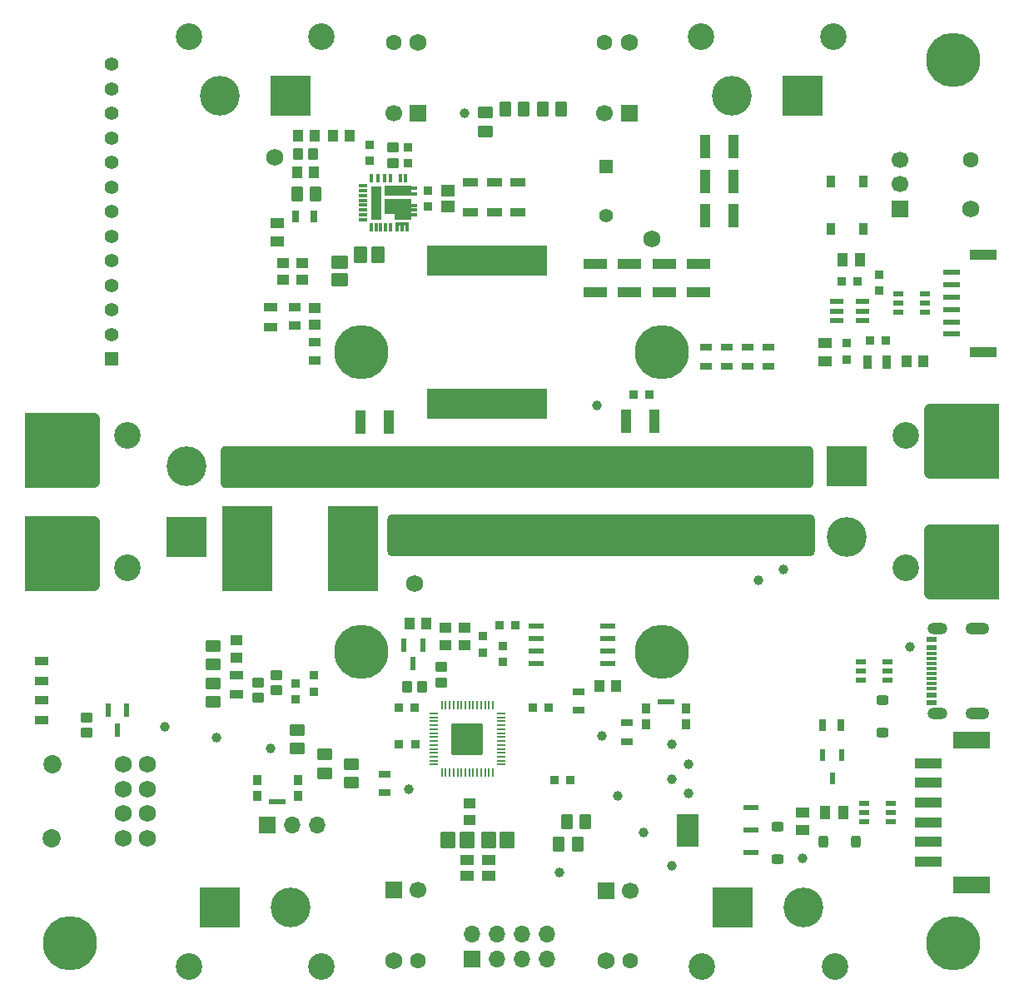
<source format=gbs>
G04 #@! TF.GenerationSoftware,KiCad,Pcbnew,7.0.10*
G04 #@! TF.CreationDate,2025-07-14T05:46:52-04:00*
G04 #@! TF.ProjectId,bms-board,626d732d-626f-4617-9264-2e6b69636164,rev?*
G04 #@! TF.SameCoordinates,Original*
G04 #@! TF.FileFunction,Soldermask,Bot*
G04 #@! TF.FilePolarity,Negative*
%FSLAX46Y46*%
G04 Gerber Fmt 4.6, Leading zero omitted, Abs format (unit mm)*
G04 Created by KiCad (PCBNEW 7.0.10) date 2025-07-14 05:46:52*
%MOMM*%
%LPD*%
G01*
G04 APERTURE LIST*
G04 Aperture macros list*
%AMRoundRect*
0 Rectangle with rounded corners*
0 $1 Rounding radius*
0 $2 $3 $4 $5 $6 $7 $8 $9 X,Y pos of 4 corners*
0 Add a 4 corners polygon primitive as box body*
4,1,4,$2,$3,$4,$5,$6,$7,$8,$9,$2,$3,0*
0 Add four circle primitives for the rounded corners*
1,1,$1+$1,$2,$3*
1,1,$1+$1,$4,$5*
1,1,$1+$1,$6,$7*
1,1,$1+$1,$8,$9*
0 Add four rect primitives between the rounded corners*
20,1,$1+$1,$2,$3,$4,$5,0*
20,1,$1+$1,$4,$5,$6,$7,0*
20,1,$1+$1,$6,$7,$8,$9,0*
20,1,$1+$1,$8,$9,$2,$3,0*%
%AMFreePoly0*
4,1,19,-3.850000,3.850000,3.850000,3.850000,3.850000,-3.080000,3.834092,-3.235708,3.777857,-3.405416,3.684000,-3.557581,3.557581,-3.684000,3.405416,-3.777857,3.235708,-3.834092,3.080000,-3.850000,-3.080000,-3.850000,-3.235708,-3.834092,-3.405416,-3.777857,-3.557581,-3.684000,-3.684000,-3.557581,-3.777857,-3.405416,-3.834092,-3.235708,-3.850000,-3.080000,-3.850000,3.850000,-3.850000,3.850000,
$1*%
G04 Aperture macros list end*
%ADD10C,1.600000*%
%ADD11C,1.750000*%
%ADD12R,1.700000X1.700000*%
%ADD13C,1.700000*%
%ADD14C,1.400000*%
%ADD15R,1.400000X1.400000*%
%ADD16C,1.854200*%
%ADD17C,1.752600*%
%ADD18R,4.050000X4.050000*%
%ADD19C,4.050000*%
%ADD20C,2.700000*%
%ADD21R,2.700000X1.000000*%
%ADD22R,3.800000X1.800000*%
%ADD23R,1.140000X0.600000*%
%ADD24R,1.140000X0.300000*%
%ADD25O,2.004000X1.204000*%
%ADD26O,2.404000X1.204000*%
%ADD27C,5.500000*%
%ADD28C,0.800000*%
%ADD29FreePoly0,90.000000*%
%ADD30O,1.700000X1.700000*%
%ADD31C,1.734000*%
%ADD32FreePoly0,270.000000*%
%ADD33R,1.300000X0.700000*%
%ADD34R,1.193800X1.016000*%
%ADD35R,1.600000X0.855600*%
%ADD36R,12.192000X3.022600*%
%ADD37R,1.066800X2.489200*%
%ADD38R,0.889000X0.863600*%
%ADD39C,1.000000*%
%ADD40R,1.524000X0.533400*%
%ADD41R,0.863600X0.889000*%
%ADD42RoundRect,0.102000X-0.690000X0.460000X-0.690000X-0.460000X0.690000X-0.460000X0.690000X0.460000X0*%
%ADD43R,2.489200X1.066800*%
%ADD44RoundRect,0.102000X0.735000X-0.580000X0.735000X0.580000X-0.735000X0.580000X-0.735000X-0.580000X0*%
%ADD45R,1.016000X1.193800*%
%ADD46RoundRect,0.500000X-29.650000X-1.650000X29.650000X-1.650000X29.650000X1.650000X-29.650000X1.650000X0*%
%ADD47R,0.977900X0.558800*%
%ADD48R,1.549400X0.609600*%
%ADD49R,1.549400X3.251200*%
%ADD50RoundRect,0.242500X-0.242500X-0.367500X0.242500X-0.367500X0.242500X0.367500X-0.242500X0.367500X0*%
%ADD51R,1.244600X0.863600*%
%ADD52RoundRect,0.102000X0.650000X0.750000X-0.650000X0.750000X-0.650000X-0.750000X0.650000X-0.750000X0*%
%ADD53R,1.066800X1.397000*%
%ADD54R,5.200000X8.750000*%
%ADD55RoundRect,0.102000X-0.600000X0.600000X-0.600000X-0.600000X0.600000X-0.600000X0.600000X0.600000X0*%
%ADD56C,1.404000*%
%ADD57R,1.447800X1.117600*%
%ADD58R,1.397000X1.066800*%
%ADD59R,1.700000X0.600000*%
%ADD60RoundRect,0.102000X0.465000X-0.445000X0.465000X0.445000X-0.465000X0.445000X-0.465000X-0.445000X0*%
%ADD61RoundRect,0.102000X-0.555000X-0.735000X0.555000X-0.735000X0.555000X0.735000X-0.555000X0.735000X0*%
%ADD62RoundRect,0.102000X-0.465000X0.445000X-0.465000X-0.445000X0.465000X-0.445000X0.465000X0.445000X0*%
%ADD63RoundRect,0.102000X0.460000X0.690000X-0.460000X0.690000X-0.460000X-0.690000X0.460000X-0.690000X0*%
%ADD64R,0.700000X1.300000*%
%ADD65RoundRect,0.102000X0.690000X-0.460000X0.690000X0.460000X-0.690000X0.460000X-0.690000X-0.460000X0*%
%ADD66R,1.449997X1.305598*%
%ADD67R,1.450000X0.950000*%
%ADD68RoundRect,0.242500X0.367500X-0.242500X0.367500X0.242500X-0.367500X0.242500X-0.367500X-0.242500X0*%
%ADD69R,1.400000X1.100000*%
%ADD70R,0.939800X1.244600*%
%ADD71RoundRect,0.102000X-0.460000X-0.690000X0.460000X-0.690000X0.460000X0.690000X-0.460000X0.690000X0*%
%ADD72RoundRect,0.102000X0.445000X0.465000X-0.445000X0.465000X-0.445000X-0.465000X0.445000X-0.465000X0*%
%ADD73R,0.600000X1.150000*%
%ADD74RoundRect,0.050000X0.387500X0.050000X-0.387500X0.050000X-0.387500X-0.050000X0.387500X-0.050000X0*%
%ADD75RoundRect,0.050000X0.050000X0.387500X-0.050000X0.387500X-0.050000X-0.387500X0.050000X-0.387500X0*%
%ADD76RoundRect,0.144000X1.456000X1.456000X-1.456000X1.456000X-1.456000X-1.456000X1.456000X-1.456000X0*%
%ADD77R,0.609600X1.320800*%
%ADD78R,0.889000X0.990600*%
%ADD79R,1.701800X0.558800*%
%ADD80R,1.005599X1.199998*%
%ADD81R,1.397000X0.863600*%
%ADD82RoundRect,0.102000X-0.650000X-0.750000X0.650000X-0.750000X0.650000X0.750000X-0.650000X0.750000X0*%
%ADD83R,1.320800X0.558800*%
%ADD84RoundRect,0.102000X-0.445000X-0.465000X0.445000X-0.465000X0.445000X0.465000X-0.445000X0.465000X0*%
%ADD85R,0.950000X1.450000*%
%ADD86R,0.350000X0.950000*%
%ADD87R,0.950000X0.350000*%
%ADD88R,1.350000X0.300000*%
%ADD89R,1.100000X3.400000*%
%ADD90R,2.700000X1.100000*%
%ADD91R,2.700000X1.520000*%
%ADD92R,1.730000X2.100000*%
%ADD93R,0.558800X1.320800*%
%ADD94RoundRect,0.500000X21.250000X1.650000X-21.250000X1.650000X-21.250000X-1.650000X21.250000X-1.650000X0*%
G04 APERTURE END LIST*
G36*
X154933700Y-134251000D02*
G01*
X152673100Y-134251000D01*
X152673100Y-130949000D01*
X154933700Y-130949000D01*
X154933700Y-134251000D01*
G37*
D10*
X145375750Y-52520000D03*
D11*
X147875750Y-52520000D03*
D12*
X147875750Y-59700000D03*
D13*
X145375750Y-59700000D03*
D10*
X123900000Y-52500000D03*
D11*
X126400000Y-52500000D03*
D12*
X126400000Y-59680000D03*
D13*
X123900000Y-59680000D03*
D14*
X95250000Y-54700000D03*
X95250000Y-57200000D03*
X95250000Y-59700000D03*
X95250000Y-62200000D03*
X95250000Y-64700000D03*
X95250000Y-67200000D03*
X95250000Y-69700000D03*
X95250000Y-72200000D03*
X95250000Y-74700000D03*
X95250000Y-77200000D03*
X95250000Y-79700000D03*
X95250000Y-82200000D03*
D15*
X95250000Y-84700000D03*
D16*
X89158098Y-133400000D03*
X89178097Y-125900000D03*
D17*
X98858098Y-125900000D03*
X98858098Y-128400000D03*
X98858098Y-130900000D03*
X98858098Y-133400000D03*
X96358098Y-125900000D03*
X96358098Y-128400000D03*
X96358098Y-130900000D03*
X96358098Y-133400000D03*
D18*
X106200000Y-140500000D03*
D19*
X113400000Y-140500000D03*
D20*
X103050000Y-146500000D03*
X116550000Y-146500000D03*
D10*
X126400000Y-145900000D03*
D11*
X123900000Y-145900000D03*
D12*
X123900000Y-138720000D03*
D13*
X126400000Y-138720000D03*
X147975750Y-138740000D03*
D12*
X145475750Y-138740000D03*
D11*
X145475750Y-145920000D03*
D10*
X147975750Y-145920000D03*
D20*
X168750000Y-146457500D03*
X155250000Y-146457500D03*
D19*
X165600000Y-140457500D03*
D18*
X158400000Y-140457500D03*
D21*
X178250000Y-125800000D03*
X178250000Y-127800000D03*
X178250000Y-129800000D03*
X178250000Y-131800000D03*
X178250000Y-133800000D03*
X178250000Y-135800000D03*
D22*
X182700000Y-123450000D03*
X182700000Y-138150000D03*
D23*
X178650000Y-113230000D03*
X178650000Y-114030000D03*
D24*
X178650000Y-115180000D03*
X178650000Y-116180000D03*
X178650000Y-116680000D03*
X178650000Y-117680000D03*
D23*
X178650000Y-119630000D03*
X178650000Y-118830000D03*
D24*
X178650000Y-118180000D03*
X178650000Y-117180000D03*
X178650000Y-115680000D03*
X178650000Y-114680000D03*
D25*
X179230000Y-112110000D03*
X179230000Y-120750000D03*
D26*
X183230000Y-112110000D03*
X183230000Y-120750000D03*
D10*
X182600000Y-64400000D03*
D11*
X182600000Y-69400000D03*
D12*
X175420000Y-69400000D03*
D13*
X175420000Y-66900000D03*
X175420000Y-64400000D03*
D20*
X155150000Y-51920000D03*
X168650000Y-51920000D03*
D19*
X158300000Y-57920000D03*
D18*
X165500000Y-57920000D03*
X113400000Y-57900000D03*
D19*
X106200000Y-57900000D03*
D20*
X116550000Y-51900000D03*
X103050000Y-51900000D03*
D27*
X151150000Y-114450000D03*
D28*
X86900000Y-107700000D03*
X88200000Y-107700000D03*
X89500000Y-107700000D03*
X90800000Y-107700000D03*
X92100000Y-107700000D03*
X93400000Y-107700000D03*
X86900000Y-106400000D03*
X88200000Y-106400000D03*
X89500000Y-106400000D03*
X90800000Y-106400000D03*
X92100000Y-106400000D03*
X93400000Y-106400000D03*
X86900000Y-105100000D03*
X88200000Y-105100000D03*
X89500000Y-105100000D03*
X90800000Y-105100000D03*
X92100000Y-105100000D03*
X93400000Y-105100000D03*
D29*
X90200000Y-104450000D03*
D28*
X86900000Y-103800000D03*
X88200000Y-103800000D03*
X89500000Y-103800000D03*
X90800000Y-103800000D03*
X92100000Y-103800000D03*
X93400000Y-103800000D03*
D18*
X102800000Y-102800000D03*
D28*
X86900000Y-102500000D03*
X88200000Y-102500000D03*
X89500000Y-102500000D03*
X90800000Y-102500000D03*
X92100000Y-102500000D03*
X93400000Y-102500000D03*
X86900000Y-101200000D03*
X88200000Y-101200000D03*
X89500000Y-101200000D03*
X90800000Y-101200000D03*
X92100000Y-101200000D03*
X93400000Y-101200000D03*
X86900000Y-97200000D03*
X88200000Y-97200000D03*
X89500000Y-97200000D03*
X90800000Y-97200000D03*
X92100000Y-97200000D03*
X93400000Y-97200000D03*
X86900000Y-95900000D03*
X88200000Y-95900000D03*
X89500000Y-95900000D03*
X90800000Y-95900000D03*
X92100000Y-95900000D03*
X93400000Y-95900000D03*
D19*
X102800000Y-95600000D03*
D28*
X86900000Y-94600000D03*
X88200000Y-94600000D03*
X89500000Y-94600000D03*
X90800000Y-94600000D03*
X92100000Y-94600000D03*
X93400000Y-94600000D03*
D29*
X90200000Y-93950000D03*
D28*
X86900000Y-93300000D03*
X88200000Y-93300000D03*
X89500000Y-93300000D03*
X90800000Y-93300000D03*
X92100000Y-93300000D03*
X93400000Y-93300000D03*
X86900000Y-92000000D03*
X88200000Y-92000000D03*
X89500000Y-92000000D03*
X90800000Y-92000000D03*
X92100000Y-92000000D03*
X93400000Y-92000000D03*
X86900000Y-90700000D03*
X88200000Y-90700000D03*
X89500000Y-90700000D03*
X90800000Y-90700000D03*
X92100000Y-90700000D03*
X93400000Y-90700000D03*
D20*
X96800000Y-92450000D03*
X96800000Y-105950000D03*
D27*
X180800000Y-54300000D03*
X120650000Y-83950000D03*
X151150000Y-83950000D03*
X180800000Y-144100000D03*
X91000000Y-144100000D03*
X120650000Y-114450000D03*
D12*
X131900000Y-145675000D03*
D30*
X131900000Y-143135000D03*
X134440000Y-145675000D03*
X134440000Y-143135000D03*
X136980000Y-145675000D03*
X136980000Y-143135000D03*
X139520000Y-145675000D03*
X139520000Y-143135000D03*
D31*
X150200000Y-72500000D03*
D28*
X185000000Y-89800000D03*
X183700000Y-89800000D03*
X182400000Y-89800000D03*
X181100000Y-89800000D03*
X179800000Y-89800000D03*
X178500000Y-89800000D03*
X185000000Y-91100000D03*
X183700000Y-91100000D03*
X182400000Y-91100000D03*
X181100000Y-91100000D03*
X179800000Y-91100000D03*
X178500000Y-91100000D03*
X185000000Y-92400000D03*
X183700000Y-92400000D03*
X182400000Y-92400000D03*
X181100000Y-92400000D03*
X179800000Y-92400000D03*
X178500000Y-92400000D03*
D32*
X181700000Y-93050000D03*
D28*
X185000000Y-93700000D03*
X183700000Y-93700000D03*
X182400000Y-93700000D03*
X181100000Y-93700000D03*
X179800000Y-93700000D03*
X178500000Y-93700000D03*
X185000000Y-95000000D03*
X183700000Y-95000000D03*
X182400000Y-95000000D03*
X181100000Y-95000000D03*
X179800000Y-95000000D03*
X178500000Y-95000000D03*
D18*
X170000000Y-95600000D03*
D28*
X185000000Y-96300000D03*
X183700000Y-96300000D03*
X182400000Y-96300000D03*
X181100000Y-96300000D03*
X179800000Y-96300000D03*
X178500000Y-96300000D03*
X185000000Y-102100000D03*
X183700000Y-102100000D03*
X182400000Y-102100000D03*
X181100000Y-102100000D03*
X179800000Y-102100000D03*
X178500000Y-102100000D03*
D19*
X170000000Y-102800000D03*
D28*
X185000000Y-103400000D03*
X183700000Y-103400000D03*
X182400000Y-103400000D03*
X181100000Y-103400000D03*
X179800000Y-103400000D03*
X178500000Y-103400000D03*
X185000000Y-104700000D03*
X183700000Y-104700000D03*
X182400000Y-104700000D03*
X181100000Y-104700000D03*
X179800000Y-104700000D03*
X178500000Y-104700000D03*
D32*
X181700000Y-105350000D03*
D28*
X185000000Y-106000000D03*
X183700000Y-106000000D03*
X182400000Y-106000000D03*
X181100000Y-106000000D03*
X179800000Y-106000000D03*
X178500000Y-106000000D03*
X185000000Y-107300000D03*
X183700000Y-107300000D03*
X182400000Y-107300000D03*
X181100000Y-107300000D03*
X179800000Y-107300000D03*
X178500000Y-107300000D03*
X185000000Y-108600000D03*
X183700000Y-108600000D03*
X182400000Y-108600000D03*
X181100000Y-108600000D03*
X179800000Y-108600000D03*
X178500000Y-108600000D03*
D20*
X176000000Y-92450000D03*
X176000000Y-105950000D03*
D33*
X123000000Y-126900000D03*
X123000000Y-128800000D03*
D34*
X115900000Y-79500000D03*
X115900000Y-81201800D03*
D12*
X111020000Y-132100000D03*
D30*
X113560000Y-132100000D03*
X116100000Y-132100000D03*
D35*
X134121800Y-69759400D03*
X134121800Y-66703798D03*
D36*
X133400000Y-74700000D03*
X133400000Y-89254200D03*
D33*
X142700000Y-118500000D03*
X142700000Y-120400000D03*
D37*
X155600000Y-63100000D03*
X158444800Y-63100000D03*
D38*
X127421800Y-69201000D03*
X127421800Y-67550000D03*
D39*
X131100000Y-59700000D03*
D40*
X145700000Y-111860000D03*
X145700000Y-113130000D03*
X145700000Y-114400000D03*
X145700000Y-115670000D03*
X138410200Y-115670000D03*
X138410200Y-114400000D03*
X138410200Y-113130000D03*
X138410200Y-111860000D03*
D41*
X136300000Y-111800000D03*
X134649000Y-111800000D03*
D37*
X155600000Y-70100000D03*
X158444800Y-70100000D03*
D42*
X116900000Y-124900000D03*
X116900000Y-126810000D03*
D41*
X126037500Y-120175000D03*
X124386500Y-120175000D03*
D43*
X147900000Y-75055200D03*
X147900000Y-77900000D03*
D44*
X118421800Y-76600000D03*
X118421800Y-74840000D03*
D45*
X177801800Y-84900000D03*
X176100000Y-84900000D03*
D43*
X151400000Y-75055200D03*
X151400000Y-77900000D03*
D46*
X136437500Y-95650000D03*
D47*
X174500000Y-129849999D03*
X174500000Y-130800000D03*
X174500000Y-131750001D03*
X171769500Y-131750001D03*
X171769500Y-130800000D03*
X171769500Y-129849999D03*
D39*
X153900000Y-128900000D03*
D48*
X160255000Y-130301300D03*
X160255000Y-132600000D03*
D49*
X153803400Y-132600000D03*
D48*
X160255000Y-134898700D03*
D31*
X126000000Y-107500000D03*
D39*
X176400000Y-114000000D03*
D42*
X133200000Y-59645000D03*
X133200000Y-61555000D03*
D50*
X167603400Y-133800000D03*
X170883400Y-133800000D03*
D37*
X120555200Y-91100000D03*
X123400000Y-91100000D03*
D51*
X115900000Y-82974700D03*
X115900000Y-84828900D03*
D38*
X135000000Y-113874500D03*
X135000000Y-115525500D03*
X113900000Y-119300000D03*
X113900000Y-117649000D03*
D52*
X135437500Y-133575000D03*
X133537500Y-133575000D03*
D53*
X169603400Y-130800000D03*
X167800000Y-130800000D03*
D54*
X109000000Y-104000000D03*
X119800000Y-104000000D03*
D55*
X145500000Y-65100000D03*
D56*
X145500000Y-70100000D03*
D35*
X136521800Y-69759400D03*
X136521800Y-66703798D03*
D51*
X113825000Y-79418400D03*
X113825000Y-81272600D03*
D41*
X172325400Y-82800000D03*
X173976400Y-82800000D03*
D45*
X114145000Y-61950000D03*
X115846800Y-61950000D03*
D57*
X112100000Y-70906400D03*
X112100000Y-72700000D03*
D33*
X147600000Y-123600000D03*
X147600000Y-121700000D03*
D37*
X155600000Y-66600000D03*
X158444800Y-66600000D03*
D58*
X167776400Y-84901700D03*
X167776400Y-83098300D03*
D33*
X159900000Y-85405500D03*
X159900000Y-83505500D03*
D39*
X125400000Y-128400000D03*
D59*
X180623751Y-75900000D03*
X180623751Y-77150000D03*
X180623751Y-78400000D03*
X180623751Y-79650000D03*
X180623751Y-80900000D03*
X180623751Y-82150000D03*
D21*
X183823751Y-74050000D03*
X183823751Y-84000000D03*
D60*
X110113000Y-119119000D03*
X110113000Y-117579000D03*
D34*
X112651600Y-74934900D03*
X112651600Y-76636700D03*
D45*
X146551800Y-117950000D03*
X144850000Y-117950000D03*
D61*
X120521800Y-74100000D03*
X122321800Y-74100000D03*
D62*
X128737500Y-116035000D03*
X128737500Y-117575000D03*
D39*
X145100000Y-123000000D03*
D41*
X140249000Y-127500000D03*
X141900000Y-127500000D03*
D45*
X117745000Y-61950000D03*
X119446800Y-61950000D03*
D38*
X173300000Y-76074500D03*
X173300000Y-77725500D03*
X115800000Y-118500000D03*
X115800000Y-116849000D03*
D63*
X140955000Y-59300000D03*
X139045000Y-59300000D03*
D39*
X111400000Y-124300000D03*
D35*
X131721800Y-69751000D03*
X131721800Y-66695398D03*
D38*
X133000000Y-114525500D03*
X133000000Y-112874500D03*
D37*
X150400000Y-91000000D03*
X147555200Y-91000000D03*
D43*
X144400000Y-75055200D03*
X144400000Y-77900000D03*
D39*
X161000000Y-107200000D03*
D34*
X129200000Y-113750900D03*
X129200000Y-112049100D03*
D64*
X113900000Y-70200000D03*
X115800000Y-70200000D03*
D33*
X157800000Y-85400000D03*
X157800000Y-83500000D03*
D64*
X169400000Y-121900000D03*
X167500000Y-121900000D03*
D39*
X140800000Y-136900000D03*
X165500000Y-135500000D03*
D60*
X92700000Y-122700000D03*
X92700000Y-121160000D03*
D63*
X137155000Y-59300000D03*
X135245000Y-59300000D03*
D39*
X152200000Y-127400000D03*
D53*
X171349000Y-74600000D03*
X169545600Y-74600000D03*
D60*
X112013000Y-118389000D03*
X112013000Y-116849000D03*
D33*
X162000000Y-85400000D03*
X162000000Y-83500000D03*
D65*
X105513000Y-119559000D03*
X105513000Y-117649000D03*
D41*
X138037500Y-120175000D03*
X139688500Y-120175000D03*
X171100000Y-76800000D03*
X169449000Y-76800000D03*
D66*
X129400000Y-69155598D03*
X129400000Y-67550000D03*
D67*
X107913000Y-118823500D03*
X107913000Y-116823500D03*
D68*
X162955000Y-135540000D03*
X162955000Y-132260000D03*
D34*
X107873900Y-113321700D03*
X107873900Y-115023500D03*
D41*
X149951000Y-88300000D03*
X148300000Y-88300000D03*
D38*
X121434400Y-62866100D03*
X121434400Y-64517100D03*
D41*
X124449000Y-123900000D03*
X126100000Y-123900000D03*
D69*
X133537500Y-137275000D03*
X131337500Y-137275000D03*
X131337500Y-135674998D03*
X133537500Y-135674998D03*
D70*
X168400002Y-66623200D03*
X171700000Y-66623200D03*
X171700000Y-71500000D03*
X168400002Y-71500000D03*
D39*
X163500000Y-106100000D03*
D71*
X114090000Y-67900000D03*
X116000000Y-67900000D03*
D47*
X177930500Y-78049999D03*
X177930500Y-79000000D03*
X177930500Y-79950001D03*
X175200000Y-79950001D03*
X175200000Y-79000000D03*
X175200000Y-78049999D03*
X174165250Y-115449999D03*
X174165250Y-116400000D03*
X174165250Y-117350001D03*
X171434750Y-117350001D03*
X171434750Y-116400000D03*
X171434750Y-115449999D03*
D72*
X115686800Y-63868700D03*
X114146800Y-63868700D03*
D39*
X149300000Y-132800000D03*
D38*
X169976400Y-84725500D03*
X169976400Y-83074500D03*
D31*
X111800000Y-64200000D03*
D73*
X167550000Y-125000000D03*
X169450000Y-125000000D03*
X168500000Y-127300000D03*
D74*
X134837500Y-120737500D03*
X134837500Y-121137500D03*
X134837500Y-121537500D03*
X134837500Y-121937500D03*
X134837500Y-122337500D03*
X134837500Y-122737500D03*
X134837500Y-123137500D03*
X134837500Y-123537500D03*
X134837500Y-123937500D03*
X134837500Y-124337500D03*
X134837500Y-124737500D03*
X134837500Y-125137500D03*
X134837500Y-125537500D03*
X134837500Y-125937500D03*
D75*
X134000000Y-126775000D03*
X133600000Y-126775000D03*
X133200000Y-126775000D03*
X132800000Y-126775000D03*
X132400000Y-126775000D03*
X132000000Y-126775000D03*
X131600000Y-126775000D03*
X131200000Y-126775000D03*
X130800000Y-126775000D03*
X130400000Y-126775000D03*
X130000000Y-126775000D03*
X129600000Y-126775000D03*
X129200000Y-126775000D03*
X128800000Y-126775000D03*
D74*
X127962500Y-125937500D03*
X127962500Y-125537500D03*
X127962500Y-125137500D03*
X127962500Y-124737500D03*
X127962500Y-124337500D03*
X127962500Y-123937500D03*
X127962500Y-123537500D03*
X127962500Y-123137500D03*
X127962500Y-122737500D03*
X127962500Y-122337500D03*
X127962500Y-121937500D03*
X127962500Y-121537500D03*
X127962500Y-121137500D03*
X127962500Y-120737500D03*
D75*
X128800000Y-119900000D03*
X129200000Y-119900000D03*
X129600000Y-119900000D03*
X130000000Y-119900000D03*
X130400000Y-119900000D03*
X130800000Y-119900000D03*
X131200000Y-119900000D03*
X131600000Y-119900000D03*
X132000000Y-119900000D03*
X132400000Y-119900000D03*
X132800000Y-119900000D03*
X133200000Y-119900000D03*
X133600000Y-119900000D03*
X134000000Y-119900000D03*
D76*
X131400000Y-123337500D03*
D65*
X114100000Y-124310000D03*
X114100000Y-122400000D03*
D77*
X94849999Y-120384800D03*
X96750001Y-120384800D03*
X95800000Y-122415200D03*
D58*
X165503400Y-130796600D03*
X165503400Y-132600000D03*
D39*
X146700000Y-129100000D03*
X100600000Y-122100000D03*
D67*
X88100000Y-115400000D03*
X88100000Y-117400000D03*
D42*
X119600000Y-125890000D03*
X119600000Y-127800000D03*
D34*
X131637500Y-131575000D03*
X131637500Y-129873200D03*
D33*
X155650000Y-85400000D03*
X155650000Y-83500000D03*
D78*
X110050002Y-129100002D03*
X114149998Y-129100002D03*
X110050002Y-127500000D03*
X114149998Y-127500000D03*
D79*
X112100000Y-129725002D03*
D80*
X114071202Y-65700000D03*
X115776800Y-65700000D03*
D39*
X152200000Y-123900000D03*
D81*
X111425000Y-81457100D03*
X111425000Y-79399700D03*
D71*
X141490000Y-131700000D03*
X143400000Y-131700000D03*
D34*
X131100000Y-113750900D03*
X131100000Y-112049100D03*
D43*
X154900000Y-75050400D03*
X154900000Y-77895200D03*
D82*
X129437500Y-133575000D03*
X131337500Y-133575000D03*
D34*
X114596800Y-74936700D03*
X114596800Y-76638500D03*
D71*
X140700000Y-134000000D03*
X142610000Y-134000000D03*
D39*
X153900000Y-125900000D03*
D83*
X171571800Y-78849999D03*
X171571800Y-79800000D03*
X171571800Y-80750001D03*
X168981000Y-80750001D03*
X168981000Y-79800000D03*
X168981000Y-78849999D03*
D39*
X105900000Y-123200000D03*
D38*
X125324400Y-63140600D03*
X125324400Y-64791600D03*
D84*
X125260000Y-118000000D03*
X126800000Y-118000000D03*
D67*
X88100000Y-119400000D03*
X88100000Y-121400000D03*
D85*
X172050900Y-85000000D03*
X174050900Y-85000000D03*
D78*
X153650000Y-120199998D03*
X149550004Y-120199998D03*
X153650000Y-121800000D03*
X149550004Y-121800000D03*
D79*
X151600002Y-119574998D03*
D86*
X121649400Y-66266600D03*
X122299400Y-66266600D03*
X122949400Y-66266600D03*
X123599400Y-66266600D03*
X124599400Y-66266600D03*
X125099400Y-66266600D03*
D87*
X125874400Y-67271600D03*
X125874400Y-67921600D03*
X125874400Y-69051600D03*
X125874400Y-69551600D03*
X125874400Y-70051600D03*
D86*
X125249400Y-71316600D03*
X124749400Y-71316600D03*
X124249400Y-71316600D03*
D88*
X124749400Y-70991600D03*
D86*
X123599400Y-71316600D03*
X123099400Y-71316600D03*
X122599400Y-71316600D03*
X122099400Y-71316600D03*
X121599400Y-71316600D03*
D87*
X120824400Y-70541600D03*
X120824400Y-70041600D03*
X120824400Y-69541600D03*
X120824400Y-69041600D03*
X120824400Y-68541600D03*
X120824400Y-68041600D03*
X120824400Y-67541600D03*
X120824400Y-67041600D03*
D89*
X122149400Y-68791600D03*
D90*
X124349400Y-67591600D03*
D91*
X124349400Y-69201600D03*
D92*
X124834400Y-69491600D03*
D65*
X105513000Y-115749000D03*
X105513000Y-113839000D03*
D39*
X144600000Y-89400000D03*
D45*
X125498200Y-111600000D03*
X127200000Y-111600000D03*
D39*
X152200000Y-136200000D03*
D93*
X124949999Y-113784000D03*
X126850001Y-113784000D03*
X125900000Y-115682650D03*
D60*
X123824400Y-64791600D03*
X123824400Y-63163600D03*
D94*
X144987500Y-102650000D03*
D68*
X173600000Y-122680000D03*
X173600000Y-119400000D03*
M02*

</source>
